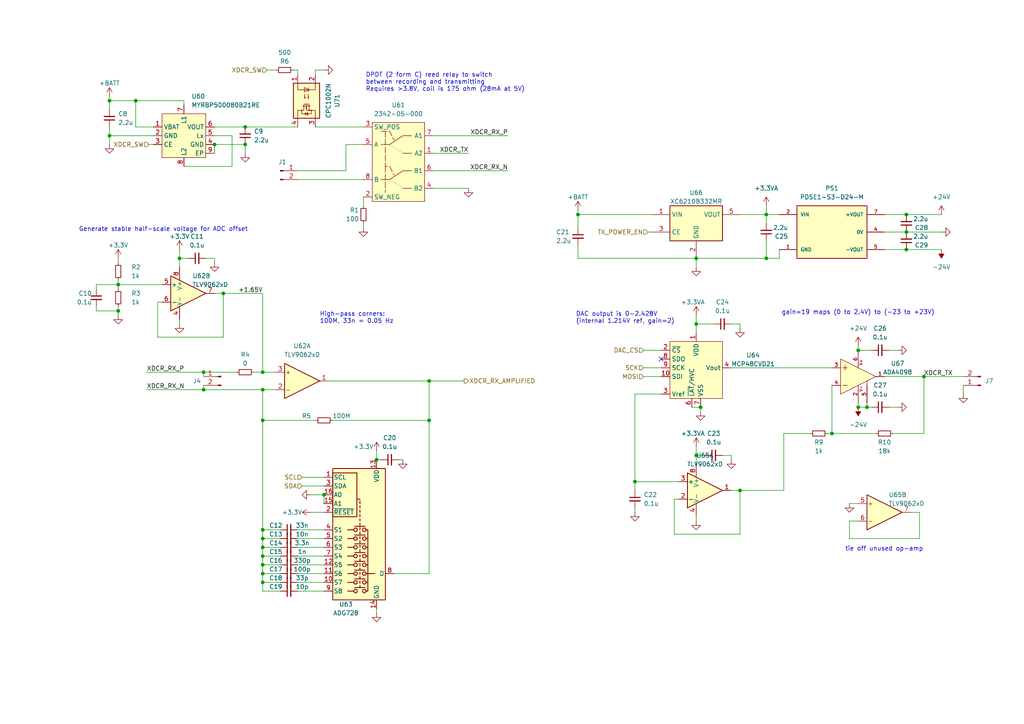
<source format=kicad_sch>
(kicad_sch (version 20230121) (generator eeschema)
  (paper "A4")
  (lib_symbols
    (symbol "Amplifier_Operational:TLV9062xD" (pin_names (offset 0.127))
      (property "Reference" "U" (at 2.54 6.35 0))
      (property "Value" "TLV9062xD" (at 2.54 3.81 0))
      (symbol "TLV9062xD_1_1"
        (pin output line (at 7.62 0 180) (length 2.54) (name "~") (number "1"))
        (pin input line (at -7.62 -2.54 0) (length 2.54) (name "-") (number "2"))
        (pin input line (at -7.62 2.54 0) (length 2.54) (name "+") (number "3"))
      )
      (symbol "TLV9062xD_2_1"
        (pin input line (at -7.62 2.54 0) (length 2.54) (name "+") (number "5"))
        (pin input line (at -7.62 -2.54 0) (length 2.54) (name "-") (number "6"))
        (pin output line (at 7.62 0 180) (length 2.54) (name "~") (number "7"))
      )
      (symbol "TLV9062xD_3_1"
        (pin power_in line (at 0 -7.62 90) (length 3.81) (name "V-") (number "4"))
        (pin power_in line (at 0 7.62 270) (length 3.81) (name "V+") (number "8"))
      )
    )
    (symbol "Analog_Switch:ADG728" (pin_names (offset 0.254))
      (property "Reference" "U" (at -7.62 23.495 0))
      (property "Value" "ADG728" (at -7.62 21.59 0))
      (symbol "ADG728_1_1"
        (pin input line (at -10.16 17.78 0) (length 2.54) (name "SCL") (number "1"))
        (pin bidirectional line (at -10.16 -12.7 0) (length 2.54) (name "S7") (number "10"))
        (pin bidirectional line (at -10.16 -10.16 0) (length 2.54) (name "S6") (number "11"))
        (pin bidirectional line (at -10.16 -7.62 0) (length 2.54) (name "S5") (number "12"))
        (pin power_in line (at 5.08 22.86 270) (length 2.54) (name "VDD") (number "13"))
        (pin power_in line (at 5.08 -20.32 90) (length 2.54) (name "GND") (number "14"))
        (pin input line (at -10.16 10.16 0) (length 2.54) (name "A1") (number "15"))
        (pin input line (at -10.16 12.7 0) (length 2.54) (name "A0") (number "16"))
        (pin input line (at -10.16 7.62 0) (length 2.54) (name "~{RESET}") (number "2"))
        (pin bidirectional line (at -10.16 15.24 0) (length 2.54) (name "SDA") (number "3"))
        (pin bidirectional line (at -10.16 2.54 0) (length 2.54) (name "S1") (number "4"))
        (pin bidirectional line (at -10.16 0 0) (length 2.54) (name "S2") (number "5"))
        (pin bidirectional line (at -10.16 -2.54 0) (length 2.54) (name "S3") (number "6"))
        (pin bidirectional line (at -10.16 -5.08 0) (length 2.54) (name "S4") (number "7"))
        (pin bidirectional line (at 10.16 -10.16 180) (length 2.54) (name "D") (number "8"))
        (pin bidirectional line (at -10.16 -15.24 0) (length 2.54) (name "S8") (number "9"))
      )
    )
    (symbol "C_Small_1" (pin_numbers hide) (pin_names (offset 0.254) hide)
      (property "Reference" "C" (at 0.254 1.778 0))
      (property "Value" "C_Small" (at 0.254 -2.032 0))
      (symbol "C_Small_1_1_1"
        (pin passive line (at 0 2.54 270) (length 2.032) (name "~") (number "1"))
        (pin passive line (at 0 -2.54 90) (length 2.032) (name "~") (number "2"))
      )
    )
    (symbol "Connector:Conn_01x02_Pin" (pin_names (offset 1.016) hide)
      (property "Reference" "J" (at 0 2.54 0))
      (property "Value" "Conn_01x02_Pin" (at 0 -5.08 0))
      (symbol "Conn_01x02_Pin_1_1"
        (pin passive line (at 5.08 0 180) (length 3.81) (name "Pin_1") (number "1"))
        (pin passive line (at 5.08 -2.54 180) (length 3.81) (name "Pin_2") (number "2"))
      )
    )
    (symbol "Device:C_Small" (pin_numbers hide) (pin_names (offset 0.254) hide)
      (property "Reference" "C" (at 0.254 1.778 0))
      (property "Value" "C_Small" (at 0.254 -2.032 0))
      (symbol "C_Small_1_1"
        (pin passive line (at 0 2.54 270) (length 2.032) (name "~") (number "1"))
        (pin passive line (at 0 -2.54 90) (length 2.032) (name "~") (number "2"))
      )
    )
    (symbol "Device:R_Small" (pin_numbers hide) (pin_names (offset 0.254) hide)
      (property "Reference" "R" (at 0.762 0.508 0))
      (property "Value" "R_Small" (at 0.762 -1.016 0))
      (symbol "R_Small_1_1"
        (pin passive line (at 0 2.54 270) (length 0.762) (name "~") (number "1"))
        (pin passive line (at 0 -2.54 90) (length 0.762) (name "~") (number "2"))
      )
    )
    (symbol "Regulator_Linear:XC6210B332MR"
      (property "Reference" "U" (at 0 8.89 0))
      (property "Value" "XC6210B332MR" (at 0 6.35 0))
      (symbol "XC6210B332MR_1_1"
        (pin power_in line (at -12.7 2.54 0) (length 5.08) (name "VIN") (number "1"))
        (pin power_in line (at 0 -10.16 90) (length 5.08) (name "GND") (number "2"))
        (pin input line (at -12.7 -2.54 0) (length 5.08) (name "CE") (number "3"))
        (pin no_connect line (at 7.62 -2.54 180) (length 5.08) hide (name "NC") (number "4"))
        (pin power_out line (at 12.7 2.54 180) (length 5.08) (name "VOUT") (number "5"))
      )
    )
    (symbol "Relay_SolidState:CPC1002N"
      (property "Reference" "U" (at -5.08 5.08 0))
      (property "Value" "CPC1002N" (at 0 5.08 0))
      (symbol "CPC1002N_1_1"
        (pin passive line (at -7.62 2.54 0) (length 2.54) (name "~") (number "1"))
        (pin passive line (at -7.62 -2.54 0) (length 2.54) (name "~") (number "2"))
        (pin passive line (at 7.62 -2.54 180) (length 2.54) (name "~") (number "3"))
        (pin passive line (at 7.62 2.54 180) (length 2.54) (name "~") (number "4"))
      )
    )
    (symbol "power:+24V" (power) (pin_names (offset 0))
      (property "Value" "+24V" (at 0 3.556 0))
      (symbol "+24V_1_1"
        (pin power_in line (at 0 0 90) (length 0) hide (name "+24V") (number "1"))
      )
    )
    (symbol "power:+3.3V" (power) (pin_names (offset 0))
      (property "Value" "+3.3V" (at 0 3.556 0))
      (symbol "+3.3V_1_1"
        (pin power_in line (at 0 0 90) (length 0) hide (name "+3.3V") (number "1"))
      )
    )
    (symbol "power:+3.3VA" (power) (pin_names (offset 0))
      (property "Value" "+3.3VA" (at 0 3.556 0))
      (symbol "+3.3VA_1_1"
        (pin power_in line (at 0 0 90) (length 0) hide (name "+3.3VA") (number "1"))
      )
    )
    (symbol "power:+BATT" (power) (pin_names (offset 0))
      (property "Value" "+BATT" (at 0 3.556 0))
      (symbol "+BATT_1_1"
        (pin power_in line (at 0 0 90) (length 0) hide (name "+BATT") (number "1"))
      )
    )
    (symbol "power:-24V" (power) (pin_names (offset 0))
      (property "Value" "-24V" (at 0 3.81 0))
      (symbol "-24V_0_0"
        (pin power_in line (at 0 0 90) (length 0) hide (name "-24V") (number "1"))
      )
    )
    (symbol "power:GND" (power) (pin_names (offset 0))
      (property "Value" "GND" (at 0 -3.81 0))
      (symbol "GND_1_1"
        (pin power_in line (at 0 0 270) (length 0) hide (name "GND") (number "1"))
      )
    )
    (symbol "unkey:2342-05-000"
      (property "Reference" "U" (at -6.35 12.7 0))
      (property "Value" "2342-05-000" (at 0 -12.7 0))
      (symbol "2342-05-000_1_1"
        (pin bidirectional line (at 10.16 2.54 180) (length 2.54) (name "A2") (number "1"))
        (pin input line (at -10.16 -10.16 0) (length 2.54) (name "SW_NEG") (number "2"))
        (pin input line (at -10.16 10.16 0) (length 2.54) (name "SW_POS") (number "3"))
        (pin bidirectional line (at 10.16 -7.62 180) (length 2.54) (name "B2") (number "4"))
        (pin bidirectional line (at -10.16 5.08 0) (length 2.54) (name "A") (number "5"))
        (pin bidirectional line (at 10.16 -2.54 180) (length 2.54) (name "B1") (number "6"))
        (pin bidirectional line (at 10.16 7.62 180) (length 2.54) (name "A1") (number "7"))
        (pin bidirectional line (at -10.16 -5.08 0) (length 2.54) (name "B") (number "8"))
      )
    )
    (symbol "unkey:ADA4098-1BUJZ-RL7" (pin_names (offset 1.016))
      (property "Reference" "U" (at -10.16 5.715 0))
      (property "Value" "ADA4098-1BUJZ-RL7" (at -10.16 -7.62 0))
      (symbol "ADA4098-1BUJZ-RL7_0_0"
        (text "V+" (at 1.27 3.175 900) (effects (font (size 0.8128 0.8128)) (justify left bottom)))
        (text "V-" (at 1.27 -4.445 900) (effects (font (size 0.8128 0.8128)) (justify left bottom)))
        (pin output line (at 7.62 0 180) (length 2.54) (name "~") (number "1"))
        (pin power_in line (at 0 -7.62 90) (length 5.08) (name "~") (number "2"))
        (pin input line (at -7.62 2.54 0) (length 2.54) (name "~") (number "3"))
        (pin input line (at -7.62 -2.54 0) (length 2.54) (name "~") (number "4"))
        (pin input line (at 2.54 -7.62 90) (length 5.08) (name "~") (number "5"))
        (pin power_in line (at 0 7.62 270) (length 5.08) (name "~") (number "6"))
      )
    )
    (symbol "unkey:MCP48CVD21"
      (property "Reference" "U" (at -6.35 10.16 0))
      (property "Value" "MCP48VCD21" (at 0 0 0))
      (symbol "MCP48CVD21_1_1"
        (pin power_in line (at 0 10.16 270) (length 2.54) (name "VDD") (number "1"))
        (pin input line (at -10.16 -2.54 0) (length 2.54) (name "SDI") (number "10"))
        (pin input line (at -10.16 5.08 0) (length 2.54) (name "~{CS}") (number "2"))
        (pin bidirectional line (at -10.16 -7.62 0) (length 2.54) (name "Vref") (number "3"))
        (pin output line (at 10.16 0 180) (length 2.54) (name "Vout") (number "4"))
        (pin no_connect line (at -10.16 -5.08 0) (length 2.54) hide (name "NC") (number "5"))
        (pin input line (at -1.27 -11.43 90) (length 2.54) (name "~{LAT}/HVC") (number "6"))
        (pin power_in line (at 1.27 -11.43 90) (length 2.54) (name "VSS") (number "7"))
        (pin output line (at -10.16 2.54 0) (length 2.54) (name "SDO") (number "8"))
        (pin input line (at -10.16 0 0) (length 2.54) (name "SCK") (number "9"))
      )
    )
    (symbol "unkey:MYRBP500080B21RE"
      (property "Reference" "U" (at -6.35 7.62 0))
      (property "Value" "MYRBP500080B21RE" (at 11.43 -7.62 0))
      (symbol "MYRBP500080B21RE_1_1"
        (pin power_in line (at -8.89 2.54 0) (length 2.54) (name "VBAT") (number "1"))
        (pin power_in line (at -8.89 0 0) (length 2.54) (name "GND") (number "2"))
        (pin input line (at -8.89 -2.54 0) (length 2.54) (name "CE") (number "3"))
        (pin power_in line (at 8.89 -2.54 180) (length 2.54) (name "GND") (number "4"))
        (pin passive line (at 8.89 0 180) (length 2.54) (name "Lx") (number "5"))
        (pin power_out line (at 8.89 2.54 180) (length 2.54) (name "VOUT") (number "6"))
        (pin passive line (at 0 8.89 270) (length 2.54) (name "L1") (number "7"))
        (pin passive line (at 0 -8.89 90) (length 2.54) (name "L2") (number "8"))
        (pin passive line (at 8.89 -5.08 180) (length 2.54) (name "EP") (number "9"))
      )
    )
    (symbol "unkey:PDSE1-S3-D24-M" (pin_names (offset 1.016))
      (property "Reference" "PS" (at -10.2169 8.128 0))
      (property "Value" "PDSE1-S3-D24-M" (at -10.232 -10.232 0))
      (symbol "PDSE1-S3-D24-M_0_0"
        (pin power_in line (at -15.24 -5.08 0) (length 5.08) (name "GND") (number "1"))
        (pin input line (at -15.24 5.08 0) (length 5.08) (name "VIN") (number "2"))
        (pin output line (at 15.24 0 180) (length 5.08) (name "0V") (number "4"))
      )
      (symbol "PDSE1-S3-D24-M_1_0"
        (pin power_out line (at 15.24 -5.08 180) (length 5.08) (name "-VOUT") (number "5"))
        (pin power_out line (at 15.24 5.08 180) (length 5.08) (name "+VOUT") (number "7"))
      )
    )
  )
  (junction (at 71.12 36.83))
  (junction (at 31.75 39.37))
  (junction (at 214.63 142.24))
  (junction (at 31.75 29.21))
  (junction (at 59.055 107.95))
  (junction (at 124.46 121.92))
  (junction (at 241.3 125.73))
  (junction (at 222.25 74.93))
  (junction (at 251.46 118.11))
  (junction (at 64.77 85.09))
  (junction (at 267.97 109.22))
  (junction (at 262.89 62.23))
  (junction (at 59.055 113.03))
  (junction (at 201.93 93.98))
  (junction (at 52.07 74.93))
  (junction (at 76.2 107.95))
  (junction (at 262.89 72.39))
  (junction (at 248.92 101.6))
  (junction (at 124.46 110.49))
  (junction (at 76.2 166.37))
  (junction (at 39.37 29.21))
  (junction (at 76.2 113.03))
  (junction (at 222.25 62.23))
  (junction (at 76.2 121.92))
  (junction (at 76.2 163.83))
  (junction (at 203.2 118.11))
  (junction (at 76.2 168.91))
  (junction (at 34.29 90.17))
  (junction (at 62.23 41.91))
  (junction (at 167.64 62.23))
  (junction (at 93.98 143.51))
  (junction (at 71.12 41.91))
  (junction (at 262.89 67.31))
  (junction (at 76.2 156.21))
  (junction (at 76.2 153.67))
  (junction (at 34.29 82.55))
  (junction (at 248.92 118.11))
  (junction (at 184.15 139.7))
  (junction (at 109.22 133.35))
  (junction (at 201.93 74.93))
  (junction (at 201.93 132.08))
  (junction (at 76.2 161.29))
  (junction (at 76.2 158.75))
  (no_connect (at 191.77 104.14))
  (wire (pts (xy 266.7 156.21) (xy 266.7 148.59)))
  (wire (pts (xy 251.46 118.11) (xy 252.73 118.11)))
  (wire (pts (xy 42.545 107.95) (xy 59.055 107.95)))
  (wire (pts (xy 214.63 154.94) (xy 214.63 142.24)))
  (wire (pts (xy 62.23 76.2) (xy 62.23 74.93)))
  (wire (pts (xy 256.54 109.22) (xy 267.97 109.22)))
  (wire (pts (xy 27.94 88.9) (xy 27.94 90.17)))
  (wire (pts (xy 76.2 113.03) (xy 76.2 121.92)))
  (wire (pts (xy 195.58 154.94) (xy 214.63 154.94)))
  (wire (pts (xy 167.64 62.23) (xy 167.64 66.04)))
  (wire (pts (xy 31.75 31.75) (xy 31.75 29.21)))
  (wire (pts (xy 93.98 20.32) (xy 91.44 20.32)))
  (wire (pts (xy 31.75 29.21) (xy 31.75 27.94)))
  (wire (pts (xy 201.93 129.54) (xy 201.93 132.08)))
  (wire (pts (xy 34.29 82.55) (xy 46.99 82.55)))
  (wire (pts (xy 31.75 29.21) (xy 39.37 29.21)))
  (wire (pts (xy 257.81 118.11) (xy 260.35 118.11)))
  (wire (pts (xy 200.66 118.11) (xy 203.2 118.11)))
  (wire (pts (xy 67.31 48.26) (xy 67.31 39.37)))
  (wire (pts (xy 195.58 144.78) (xy 195.58 154.94)))
  (wire (pts (xy 76.2 85.09) (xy 76.2 107.95)))
  (wire (pts (xy 201.93 149.86) (xy 201.93 151.13)))
  (wire (pts (xy 31.75 39.37) (xy 31.75 41.91)))
  (wire (pts (xy 267.97 109.22) (xy 279.4 109.22)))
  (wire (pts (xy 39.37 29.21) (xy 53.34 29.21)))
  (wire (pts (xy 195.58 144.78) (xy 196.85 144.78)))
  (wire (pts (xy 241.3 111.76) (xy 241.3 125.73)))
  (wire (pts (xy 90.17 148.59) (xy 93.98 148.59)))
  (wire (pts (xy 93.98 143.51) (xy 93.98 146.05)))
  (wire (pts (xy 42.545 113.03) (xy 59.055 113.03)))
  (wire (pts (xy 86.36 20.32) (xy 86.36 21.59)))
  (wire (pts (xy 186.69 109.22) (xy 191.77 109.22)))
  (wire (pts (xy 246.38 156.21) (xy 266.7 156.21)))
  (wire (pts (xy 262.89 72.39) (xy 273.05 72.39)))
  (wire (pts (xy 27.94 82.55) (xy 34.29 82.55)))
  (wire (pts (xy 54.61 74.93) (xy 52.07 74.93)))
  (wire (pts (xy 246.38 146.05) (xy 248.92 146.05)))
  (wire (pts (xy 64.77 97.79) (xy 64.77 85.09)))
  (wire (pts (xy 214.63 95.25) (xy 214.63 93.98)))
  (wire (pts (xy 45.72 87.63) (xy 45.72 97.79)))
  (wire (pts (xy 76.2 171.45) (xy 76.2 168.91)))
  (wire (pts (xy 109.22 130.81) (xy 109.22 133.35)))
  (wire (pts (xy 86.36 161.29) (xy 93.98 161.29)))
  (wire (pts (xy 124.46 110.49) (xy 134.62 110.49)))
  (wire (pts (xy 256.54 62.23) (xy 262.89 62.23)))
  (wire (pts (xy 62.23 36.83) (xy 71.12 36.83)))
  (wire (pts (xy 201.93 93.98) (xy 201.93 96.52)))
  (wire (pts (xy 256.54 72.39) (xy 262.89 72.39)))
  (wire (pts (xy 167.64 62.23) (xy 189.23 62.23)))
  (wire (pts (xy 34.29 82.55) (xy 34.29 83.82)))
  (wire (pts (xy 191.77 114.3) (xy 184.15 114.3)))
  (wire (pts (xy 184.15 114.3) (xy 184.15 139.7)))
  (wire (pts (xy 248.92 101.6) (xy 252.73 101.6)))
  (wire (pts (xy 184.15 139.7) (xy 184.15 142.24)))
  (wire (pts (xy 64.77 85.09) (xy 76.2 85.09)))
  (wire (pts (xy 207.01 93.98) (xy 201.93 93.98)))
  (wire (pts (xy 212.09 106.68) (xy 241.3 106.68)))
  (wire (pts (xy 62.23 41.91) (xy 62.23 44.45)))
  (wire (pts (xy 62.23 41.91) (xy 71.12 41.91)))
  (wire (pts (xy 257.81 101.6) (xy 260.35 101.6)))
  (wire (pts (xy 248.92 100.33) (xy 248.92 101.6)))
  (wire (pts (xy 45.72 87.63) (xy 46.99 87.63)))
  (wire (pts (xy 91.44 36.83) (xy 105.41 36.83)))
  (wire (pts (xy 76.2 158.75) (xy 76.2 156.21)))
  (wire (pts (xy 59.055 111.76) (xy 59.055 113.03)))
  (wire (pts (xy 52.07 92.71) (xy 52.07 93.98)))
  (wire (pts (xy 76.2 121.92) (xy 76.2 153.67)))
  (wire (pts (xy 267.97 125.73) (xy 267.97 109.22)))
  (wire (pts (xy 90.17 143.51) (xy 93.98 143.51)))
  (wire (pts (xy 76.2 166.37) (xy 81.28 166.37)))
  (wire (pts (xy 39.37 36.83) (xy 44.45 36.83)))
  (wire (pts (xy 262.89 67.31) (xy 273.05 67.31)))
  (wire (pts (xy 279.4 111.76) (xy 279.4 114.3)))
  (wire (pts (xy 73.66 107.95) (xy 76.2 107.95)))
  (wire (pts (xy 76.2 161.29) (xy 76.2 158.75)))
  (wire (pts (xy 240.03 125.73) (xy 241.3 125.73)))
  (wire (pts (xy 53.34 48.26) (xy 67.31 48.26)))
  (wire (pts (xy 76.2 168.91) (xy 76.2 166.37)))
  (wire (pts (xy 222.25 62.23) (xy 226.06 62.23)))
  (wire (pts (xy 86.36 158.75) (xy 93.98 158.75)))
  (wire (pts (xy 201.93 74.93) (xy 201.93 77.47)))
  (wire (pts (xy 86.36 166.37) (xy 93.98 166.37)))
  (wire (pts (xy 201.93 132.08) (xy 201.93 134.62)))
  (wire (pts (xy 222.25 74.93) (xy 201.93 74.93)))
  (wire (pts (xy 110.49 133.35) (xy 109.22 133.35)))
  (wire (pts (xy 124.46 110.49) (xy 124.46 121.92)))
  (wire (pts (xy 248.92 151.13) (xy 246.38 151.13)))
  (wire (pts (xy 86.36 49.53) (xy 100.33 49.53)))
  (wire (pts (xy 27.94 90.17) (xy 34.29 90.17)))
  (wire (pts (xy 256.54 67.31) (xy 262.89 67.31)))
  (wire (pts (xy 77.47 20.32) (xy 80.01 20.32)))
  (wire (pts (xy 214.63 62.23) (xy 222.25 62.23)))
  (wire (pts (xy 226.06 74.93) (xy 226.06 72.39)))
  (wire (pts (xy 266.7 148.59) (xy 264.16 148.59)))
  (wire (pts (xy 100.33 49.53) (xy 100.33 41.91)))
  (wire (pts (xy 76.2 171.45) (xy 81.28 171.45)))
  (wire (pts (xy 201.93 91.44) (xy 201.93 93.98)))
  (wire (pts (xy 109.22 176.53) (xy 109.22 177.8)))
  (wire (pts (xy 86.36 171.45) (xy 93.98 171.45)))
  (wire (pts (xy 125.73 54.61) (xy 135.89 54.61)))
  (wire (pts (xy 184.15 139.7) (xy 196.85 139.7)))
  (wire (pts (xy 248.92 116.84) (xy 248.92 118.11)))
  (wire (pts (xy 59.69 74.93) (xy 62.23 74.93)))
  (wire (pts (xy 71.12 41.91) (xy 71.12 44.45)))
  (wire (pts (xy 76.2 107.95) (xy 80.01 107.95)))
  (wire (pts (xy 214.63 142.24) (xy 212.09 142.24)))
  (wire (pts (xy 76.2 166.37) (xy 76.2 163.83)))
  (wire (pts (xy 167.64 74.93) (xy 201.93 74.93)))
  (wire (pts (xy 76.2 161.29) (xy 81.28 161.29)))
  (wire (pts (xy 76.2 168.91) (xy 81.28 168.91)))
  (wire (pts (xy 227.33 142.24) (xy 227.33 125.73)))
  (wire (pts (xy 76.2 156.21) (xy 76.2 153.67)))
  (wire (pts (xy 124.46 166.37) (xy 114.3 166.37)))
  (wire (pts (xy 222.25 62.23) (xy 222.25 64.77)))
  (wire (pts (xy 125.73 39.37) (xy 147.32 39.37)))
  (wire (pts (xy 87.63 140.97) (xy 93.98 140.97)))
  (wire (pts (xy 86.36 163.83) (xy 93.98 163.83)))
  (wire (pts (xy 184.15 147.32) (xy 184.15 148.59)))
  (wire (pts (xy 167.64 71.12) (xy 167.64 74.93)))
  (wire (pts (xy 203.2 119.38) (xy 203.2 118.11)))
  (wire (pts (xy 44.45 41.91) (xy 43.18 41.91)))
  (wire (pts (xy 76.2 163.83) (xy 81.28 163.83)))
  (wire (pts (xy 248.92 118.11) (xy 251.46 118.11)))
  (wire (pts (xy 222.25 69.85) (xy 222.25 74.93)))
  (wire (pts (xy 124.46 121.92) (xy 124.46 166.37)))
  (wire (pts (xy 96.52 121.92) (xy 124.46 121.92)))
  (wire (pts (xy 187.96 67.31) (xy 189.23 67.31)))
  (wire (pts (xy 100.33 41.91) (xy 105.41 41.91)))
  (wire (pts (xy 34.29 74.93) (xy 34.29 76.2)))
  (wire (pts (xy 212.09 133.35) (xy 212.09 132.08)))
  (wire (pts (xy 52.07 74.93) (xy 52.07 77.47)))
  (wire (pts (xy 125.73 44.45) (xy 135.89 44.45)))
  (wire (pts (xy 86.36 52.07) (xy 105.41 52.07)))
  (wire (pts (xy 45.72 97.79) (xy 64.77 97.79)))
  (wire (pts (xy 85.09 20.32) (xy 86.36 20.32)))
  (wire (pts (xy 105.41 57.15) (xy 105.41 59.69)))
  (wire (pts (xy 87.63 138.43) (xy 93.98 138.43)))
  (wire (pts (xy 259.08 125.73) (xy 267.97 125.73)))
  (wire (pts (xy 251.46 116.84) (xy 251.46 118.11)))
  (wire (pts (xy 64.77 85.09) (xy 62.23 85.09)))
  (wire (pts (xy 76.2 158.75) (xy 81.28 158.75)))
  (wire (pts (xy 59.055 113.03) (xy 76.2 113.03)))
  (wire (pts (xy 209.55 132.08) (xy 212.09 132.08)))
  (wire (pts (xy 241.3 125.73) (xy 254 125.73)))
  (wire (pts (xy 204.47 132.08) (xy 201.93 132.08)))
  (wire (pts (xy 76.2 113.03) (xy 80.01 113.03)))
  (wire (pts (xy 71.12 36.83) (xy 86.36 36.83)))
  (wire (pts (xy 76.2 121.92) (xy 91.44 121.92)))
  (wire (pts (xy 76.2 156.21) (xy 81.28 156.21)))
  (wire (pts (xy 227.33 125.73) (xy 234.95 125.73)))
  (wire (pts (xy 67.31 39.37) (xy 62.23 39.37)))
  (wire (pts (xy 125.73 49.53) (xy 147.32 49.53)))
  (wire (pts (xy 59.055 107.95) (xy 68.58 107.95)))
  (wire (pts (xy 115.57 133.35) (xy 116.84 133.35)))
  (wire (pts (xy 91.44 20.32) (xy 91.44 21.59)))
  (wire (pts (xy 76.2 163.83) (xy 76.2 161.29)))
  (wire (pts (xy 167.64 60.96) (xy 167.64 62.23)))
  (wire (pts (xy 214.63 142.24) (xy 227.33 142.24)))
  (wire (pts (xy 52.07 72.39) (xy 52.07 74.93)))
  (wire (pts (xy 59.055 107.95) (xy 59.055 109.22)))
  (wire (pts (xy 95.25 110.49) (xy 124.46 110.49)))
  (wire (pts (xy 39.37 29.21) (xy 39.37 36.83)))
  (wire (pts (xy 34.29 82.55) (xy 34.29 81.28)))
  (wire (pts (xy 222.25 59.69) (xy 222.25 62.23)))
  (wire (pts (xy 186.69 101.6) (xy 191.77 101.6)))
  (wire (pts (xy 76.2 153.67) (xy 81.28 153.67)))
  (wire (pts (xy 34.29 90.17) (xy 34.29 91.44)))
  (wire (pts (xy 226.06 74.93) (xy 222.25 74.93)))
  (wire (pts (xy 186.69 106.68) (xy 191.77 106.68)))
  (wire (pts (xy 31.75 36.83) (xy 31.75 39.37)))
  (wire (pts (xy 262.89 62.23) (xy 273.05 62.23)))
  (wire (pts (xy 34.29 88.9) (xy 34.29 90.17)))
  (wire (pts (xy 27.94 83.82) (xy 27.94 82.55)))
  (wire (pts (xy 53.34 29.21) (xy 53.34 30.48)))
  (wire (pts (xy 86.36 153.67) (xy 93.98 153.67)))
  (wire (pts (xy 212.09 93.98) (xy 214.63 93.98)))
  (wire (pts (xy 31.75 39.37) (xy 44.45 39.37)))
  (wire (pts (xy 86.36 156.21) (xy 93.98 156.21)))
  (wire (pts (xy 86.36 168.91) (xy 93.98 168.91)))
  (wire (pts (xy 105.41 64.77) (xy 105.41 66.04)))
  (wire (pts (xy 246.38 151.13) (xy 246.38 156.21)))
  (text "gain=19 maps (0 to 2.4V) to (-23 to +23V)" (at 226.695 91.44 0) (effects (font (size 1.27 1.27)) (justify left bottom)))
  (text "Generate stable half-scale voltage for ADC offset" (at 22.86 67.31 0) (effects (font (size 1.27 1.27)) (justify left bottom)))
  (text "High-pass corners: \n100M, 33n = 0.05 Hz" (at 92.71 93.98 0) (effects (font (size 1.27 1.27)) (justify left bottom)))
  (text "tie off unused op-amp" (at 245.11 160.02 0) (effects (font (size 1.27 1.27)) (justify left bottom)))
  (text "DPDT (2 form C) reed relay to switch\nbetween recording and transmitting\nRequires >3.8V, coil is 175 ohm (28mA at 5V)" (at 106.045 26.67 0) (effects (font (size 1.27 1.27)) (justify left bottom)))
  (text "DAC output is 0-2.428V\n(internal 1.214V ref, gain=2)" (at 167.005 93.98 0) (effects (font (size 1.27 1.27)) (justify left bottom)))
  (label "XDCR_TX" (at 135.89 44.45 180))
  (label "+1.65V" (at 76.2 85.09 180))
  (label "XDCR_RX_N" (at 42.545 113.03 0))
  (label "XDCR_RX_N" (at 147.32 49.53 180))
  (label "XDCR_RX_P" (at 147.32 39.37 180))
  (label "XDCR_RX_P" (at 42.545 107.95 0))
  (label "XDCR_TX" (at 267.97 109.22 0))
  (hierarchical_label "XDCR_RX_AMPLIFIED" (shape output) (at 134.62 110.49 0))
  (hierarchical_label "MOSI" (shape input) (at 186.69 109.22 180))
  (hierarchical_label "DAC_CS" (shape input) (at 186.69 101.6 180))
  (hierarchical_label "XDCR_SW" (shape input) (at 77.47 20.32 180))
  (hierarchical_label "SCL" (shape input) (at 87.63 138.43 180))
  (hierarchical_label "SDA" (shape input) (at 87.63 140.97 180))
  (hierarchical_label "XDCR_SW" (shape input) (at 43.18 41.91 180))
  (hierarchical_label "TX_POWER_EN" (shape input) (at 187.96 67.31 180))
  (hierarchical_label "SCK" (shape input) (at 186.69 106.68 180))
  (symbol (lib_id "Device:C_Small") (at 83.82 171.45 90) (unit 1)
    (property "Reference" "C19" (at 80.01 170.18 90))
    (property "Value" "10p" (at 87.63 170.18 90))
    (property "Footprint" "Capacitor_SMD:C_0402_1005Metric" (effects hide))
  )
  (symbol (lib_id "power:-24V") (at 273.05 72.39 180) (unit 1)
    (property "Reference" "#PWR0165" (effects hide))
    (property "Value" "-24V" (at 273.05 77.47 0))
  )
  (symbol (lib_id "Connector:Conn_01x02_Pin") (at 64.135 109.22 0) (mirror y) (unit 1)
    (property "Reference" "J4" (at 57.15 110.49 0))
    (property "Value" "Conn_01x02_Pin" (effects hide))
    (property "Footprint" "Connector_PinHeader_2.54mm:PinHeader_1x02_P2.54mm_Vertical" (effects hide))
  )
  (symbol (lib_id "power:+24V") (at 273.05 62.23 0) (unit 1)
    (property "Reference" "#PWR0162" (effects hide))
    (property "Value" "+24V" (at 273.05 57.15 0))
  )
  (symbol (lib_id "power:GND") (at 214.63 95.25 0) (unit 1)
    (property "Reference" "#PWR0154" (effects hide))
    (property "Value" "GND" (effects hide))
  )
  (symbol (lib_id "Connector:Conn_01x02_Pin") (at 284.48 111.76 180) (unit 1)
    (property "Reference" "J7" (at 285.75 110.49 0) (effects (justify right)))
    (property "Value" "Conn_01x02_Pin" (effects hide))
    (property "Footprint" "Connector_PinHeader_2.54mm:PinHeader_1x02_P2.54mm_Vertical" (effects hide))
  )
  (symbol (lib_id "power:+3.3V") (at 90.17 148.59 90) (mirror x) (unit 1)
    (property "Reference" "#PWR0140" (effects hide))
    (property "Value" "+3.3V" (at 87.63 148.59 90) (effects (justify left)))
  )
  (symbol (lib_id "Device:C_Small") (at 255.27 118.11 90) (unit 1)
    (property "Reference" "C27" (at 255.2763 111.76 90))
    (property "Value" "0.1u" (at 255.2763 114.3 90))
    (property "Footprint" "Capacitor_SMD:C_0402_1005Metric" (effects hide))
    (property "URL" "https://www.digikey.com/en/products/detail/samsung-electro-mechanics/CL05A104KA5NNNC/3886701" (effects hide))
    (property "Digikey PN" "1276-1043-1-ND" (effects hide))
    (property "MPN" "CL05A104KA5NNNC" (effects hide))
    (property "Vendor" "Samsung Electro-Mechanics" (effects hide))
  )
  (symbol (lib_id "Device:R_Small") (at 105.41 62.23 0) (mirror x) (unit 1)
    (property "Reference" "R1" (at 104.14 60.96 0) (effects (justify right)))
    (property "Value" "100" (at 104.14 63.5 0) (effects (justify right)))
    (property "Footprint" "Resistor_SMD:R_0402_1005Metric" (effects hide))
  )
  (symbol (lib_id "power:GND") (at 93.98 20.32 90) (mirror x) (unit 1)
    (property "Reference" "#PWR0145" (effects hide))
    (property "Value" "GND" (effects hide))
  )
  (symbol (lib_id "power:+3.3VA") (at 201.93 91.44 0) (unit 1)
    (property "Reference" "#PWR0147" (effects hide))
    (property "Value" "+3.3VA" (at 204.47 87.63 0) (effects (justify right)))
  )
  (symbol (lib_name "C_Small_1") (lib_id "Device:C_Small") (at 262.89 64.77 180) (unit 1)
    (property "Reference" "C28" (at 269.24 66.04 0) (effects (justify left)))
    (property "Value" "2.2u" (at 269.24 63.5 0) (effects (justify left)))
    (property "Footprint" "Capacitor_SMD:C_0402_1005Metric" (effects hide))
    (property "URL" "https://www.digikey.com/en/products/detail/tdk-corporation/C1005X5R1V225K050BC/3648550" (effects hide))
    (property "Digikey PN" "445-9028-1-ND" (effects hide))
    (property "MPN" "C1005X5R1V225K050BC" (effects hide))
    (property "Vendor" "TDK" (effects hide))
  )
  (symbol (lib_id "power:GND") (at 203.2 119.38 0) (unit 1)
    (property "Reference" "#PWR0151" (effects hide))
    (property "Value" "GND" (effects hide))
  )
  (symbol (lib_id "Device:R_Small") (at 34.29 86.36 0) (unit 1)
    (property "Reference" "R3" (at 38.1 85.09 0) (effects (justify left)))
    (property "Value" "1k" (at 38.1 87.63 0) (effects (justify left)))
    (property "Footprint" "Resistor_SMD:R_0402_1005Metric" (effects hide))
  )
  (symbol (lib_id "Amplifier_Operational:TLV9062xD") (at 201.93 142.24 0) (unit 3)
    (property "Reference" "U65" (effects hide))
    (property "Value" "TLV9062xD" (effects hide))
    (property "Footprint" "Package_SO:SOIC-8_3.9x4.9mm_P1.27mm" (effects hide))
    (property "Datasheet" "https://www.ti.com/lit/ds/symlink/tlv9062.pdf" (effects hide))
  )
  (symbol (lib_id "power:GND") (at 246.38 146.05 0) (unit 1)
    (property "Reference" "#PWR0156" (effects hide))
    (property "Value" "GND" (effects hide))
  )
  (symbol (lib_id "Device:C_Small") (at 83.82 166.37 90) (unit 1)
    (property "Reference" "C17" (at 80.01 165.1 90))
    (property "Value" "100p" (at 87.63 165.1 90))
    (property "Footprint" "Capacitor_SMD:C_0402_1005Metric" (effects hide))
  )
  (symbol (lib_id "power:GND") (at 260.35 118.11 90) (unit 1)
    (property "Reference" "#PWR0161" (effects hide))
    (property "Value" "GND" (effects hide))
  )
  (symbol (lib_id "Relay_SolidState:CPC1002N") (at 88.9 29.21 90) (mirror x) (unit 1)
    (property "Reference" "U71" (at 97.79 29.21 0))
    (property "Value" "CPC1002N" (at 95.25 29.21 0))
    (property "Footprint" "Package_SO:SOP-4_3.8x4.1mm_P2.54mm" (effects hide))
    (property "Datasheet" "http://www.ixysic.com/home/pdfs.nsf/www/CPC1002N.pdf/$file/CPC1002N.pdf" (effects hide))
    (property "URL" "https://www.digikey.com/en/products/detail/ixys-integrated-circuits-division/CPC1002N/1025047" (effects hide))
    (property "Digikey PN" "CLA221-ND" (effects hide))
    (property "MPN" "CPC1002N" (effects hide))
  )
  (symbol (lib_id "power:GND") (at 201.93 77.47 0) (unit 1)
    (property "Reference" "#PWR0150" (effects hide))
    (property "Value" "GND" (effects hide))
  )
  (symbol (lib_id "Analog_Switch:ADG728") (at 104.14 156.21 0) (unit 1)
    (property "Reference" "U63" (at 100.33 175.26 0))
    (property "Value" "ADG728" (at 100.33 177.8 0))
    (property "Footprint" "Package_SO:TSSOP-16_4.4x5mm_P0.65mm" (effects hide))
    (property "Datasheet" "https://www.analog.com/media/en/technical-documentation/data-sheets/ADG728_729.pdf" (effects hide))
    (property "MPN" "ADG728BRUZ-REEL7" (effects hide))
    (property "Digikey PN" "505-ADG728BRUZ-REEL7CT-ND" (effects hide))
    (property "URL" "https://www.digikey.com/en/products/detail/analog-devices-inc/ADG728BRUZ-REEL7/995093" (effects hide))
  )
  (symbol (lib_name "C_Small_1") (lib_id "Device:C_Small") (at 222.25 67.31 180) (unit 1)
    (property "Reference" "C25" (at 228.6 68.58 0) (effects (justify left)))
    (property "Value" "2.2u" (at 228.6 66.04 0) (effects (justify left)))
    (property "Footprint" "Capacitor_SMD:C_0402_1005Metric" (effects hide))
    (property "URL" "https://www.digikey.com/en/products/detail/tdk-corporation/C1005X5R1V225K050BC/3648550" (effects hide))
    (property "Digikey PN" "445-9028-1-ND" (effects hide))
    (property "MPN" "C1005X5R1V225K050BC" (effects hide))
    (property "Vendor" "TDK" (effects hide))
  )
  (symbol (lib_id "power:GND") (at 279.4 114.3 0) (unit 1)
    (property "Reference" "#PWR0166" (effects hide))
    (property "Value" "GND" (effects hide))
  )
  (symbol (lib_id "Amplifier_Operational:TLV9062xD") (at 54.61 85.09 0) (unit 2)
    (property "Reference" "U62" (at 58.42 80.01 0))
    (property "Value" "TLV9062xD" (at 60.96 82.55 0))
    (property "Footprint" "Package_SO:SOIC-8_3.9x4.9mm_P1.27mm" (effects hide))
    (property "Datasheet" "https://www.ti.com/lit/ds/symlink/tlv9062.pdf" (effects hide))
    (property "URL" "https://www.digikey.com/en/products/detail/texas-instruments/TLV9062IDR/7364940" (effects hide))
    (property "Digikey PN" "296-47857-1-ND" (effects hide))
    (property "MPN" "TLV9062IDR" (effects hide))
  )
  (symbol (lib_id "power:GND") (at 52.07 93.98 0) (unit 1)
    (property "Reference" "#PWR0137" (effects hide))
    (property "Value" "GND" (effects hide))
  )
  (symbol (lib_id "power:GND") (at 31.75 41.91 0) (mirror y) (unit 1)
    (property "Reference" "#PWR0130" (effects hide))
    (property "Value" "GND" (effects hide))
  )
  (symbol (lib_id "Device:C_Small") (at 255.27 101.6 90) (unit 1)
    (property "Reference" "C26" (at 255.2763 95.25 90))
    (property "Value" "0.1u" (at 255.2763 97.79 90))
    (property "Footprint" "Capacitor_SMD:C_0402_1005Metric" (effects hide))
    (property "URL" "https://www.digikey.com/en/products/detail/samsung-electro-mechanics/CL05A104KA5NNNC/3886701" (effects hide))
    (property "Digikey PN" "1276-1043-1-ND" (effects hide))
    (property "MPN" "CL05A104KA5NNNC" (effects hide))
    (property "Vendor" "Samsung Electro-Mechanics" (effects hide))
  )
  (symbol (lib_id "power:GND") (at 109.22 177.8 0) (mirror y) (unit 1)
    (property "Reference" "#PWR0142" (effects hide))
    (property "Value" "GND" (effects hide))
  )
  (symbol (lib_id "power:GND") (at 273.05 67.31 90) (unit 1)
    (property "Reference" "#PWR0164" (effects hide))
    (property "Value" "GND" (effects hide))
  )
  (symbol (lib_id "Device:R_Small") (at 93.98 121.92 90) (unit 1)
    (property "Reference" "R5" (at 88.9 120.65 90))
    (property "Value" "100M" (at 99.06 120.65 90))
    (property "Footprint" "Resistor_SMD:R_0402_1005Metric" (effects hide))
    (property "MPN" "HMC0402JT100M" (effects hide))
    (property "Digikey PN" "HMC0402JT100MCT-ND" (effects hide))
    (property "URL" "https://www.digikey.com/en/products/detail/stackpole-electronics-inc/HMC0402JT100M/2683706" (effects hide))
  )
  (symbol (lib_id "power:GND") (at 71.12 44.45 0) (mirror y) (unit 1)
    (property "Reference" "#PWR0131" (effects hide))
    (property "Value" "GND" (effects hide))
  )
  (symbol (lib_id "power:GND") (at 62.23 76.2 0) (unit 1)
    (property "Reference" "#PWR0138" (effects hide))
    (property "Value" "GND" (effects hide))
  )
  (symbol (lib_id "unkey:2342-05-000") (at 115.57 46.99 0) (unit 1)
    (property "Reference" "U61" (at 115.57 30.48 0))
    (property "Value" "2342-05-000" (at 115.57 33.02 0))
    (property "Footprint" "unkey-footprints:2342-05-000" (effects hide))
    (property "Datasheet" "https://www.cotorelay.com/wp-content/uploads/2014/09/2300_series_reed_relay_datasheet.pdf" (effects hide))
    (property "Digikey PN" "306-1111-ND" (effects hide))
    (property "URL" "https://www.digikey.com/en/products/detail/coto-technology/2342-05-000/388948" (effects hide))
    (property "MPN" "2342-05-000" (effects hide))
  )
  (symbol (lib_id "Regulator_Linear:XC6210B332MR") (at 201.93 64.77 0) (unit 1)
    (property "Reference" "U66" (at 201.93 55.88 0))
    (property "Value" "XC6210B332MR" (at 201.93 58.42 0))
    (property "Footprint" "Package_TO_SOT_SMD:SOT-23-5" (effects hide))
    (property "Datasheet" "https://www.torexsemi.com/file/xc6210/XC6210.pdf" (effects hide))
    (property "MPN" "XC6210B332MR-G" (effects hide))
    (property "Digikey PN" "893-1075-1-ND" (effects hide))
    (property "URL" "https://www.digikey.com/en/products/detail/torex-semiconductor-ltd/XC6210B332MR-G/2138119" (effects hide))
  )
  (symbol (lib_id "Device:C_Small") (at 207.01 132.08 90) (unit 1)
    (property "Reference" "C23" (at 207.0163 125.73 90))
    (property "Value" "0.1u" (at 207.0163 128.27 90))
    (property "Footprint" "Capacitor_SMD:C_0402_1005Metric" (effects hide))
    (property "URL" "https://www.digikey.com/en/products/detail/samsung-electro-mechanics/CL05A104KA5NNNC/3886701" (effects hide))
    (property "Digikey PN" "1276-1043-1-ND" (effects hide))
    (property "MPN" "CL05A104KA5NNNC" (effects hide))
    (property "Vendor" "Samsung Electro-Mechanics" (effects hide))
  )
  (symbol (lib_id "Device:C_Small") (at 83.82 161.29 90) (unit 1)
    (property "Reference" "C15" (at 80.01 160.02 90))
    (property "Value" "1n" (at 87.63 160.02 90))
    (property "Footprint" "Capacitor_SMD:C_0402_1005Metric" (effects hide))
  )
  (symbol (lib_id "power:GND") (at 135.89 54.61 0) (unit 1)
    (property "Reference" "#PWR0133" (effects hide))
    (property "Value" "GND" (effects hide))
  )
  (symbol (lib_id "Device:C_Small") (at 209.55 93.98 90) (unit 1)
    (property "Reference" "C24" (at 209.5563 87.63 90))
    (property "Value" "0.1u" (at 209.5563 90.17 90))
    (property "Footprint" "Capacitor_SMD:C_0402_1005Metric" (effects hide))
    (property "URL" "https://www.digikey.com/en/products/detail/samsung-electro-mechanics/CL05A104KA5NNNC/3886701" (effects hide))
    (property "Digikey PN" "1276-1043-1-ND" (effects hide))
    (property "MPN" "CL05A104KA5NNNC" (effects hide))
    (property "Vendor" "Samsung Electro-Mechanics" (effects hide))
  )
  (symbol (lib_id "Device:C_Small") (at 83.82 168.91 90) (unit 1)
    (property "Reference" "C18" (at 80.01 167.64 90))
    (property "Value" "33p" (at 87.63 167.64 90))
    (property "Footprint" "Capacitor_SMD:C_0402_1005Metric" (effects hide))
  )
  (symbol (lib_id "power:-24V") (at 248.92 118.11 180) (unit 1)
    (property "Reference" "#PWR0158" (effects hide))
    (property "Value" "-24V" (at 248.92 123.19 0))
  )
  (symbol (lib_name "C_Small_1") (lib_id "Device:C_Small") (at 31.75 34.29 180) (unit 1)
    (property "Reference" "C8" (at 34.29 33.0136 0) (effects (justify right)))
    (property "Value" "2.2u" (at 34.29 35.5536 0) (effects (justify right)))
    (property "Footprint" "Capacitor_SMD:C_0402_1005Metric" (effects hide))
    (property "URL" "https://www.digikey.com/en/products/detail/tdk-corporation/C1005X5R1V225K050BC/3648550" (effects hide))
    (property "Digikey PN" "445-9028-1-ND" (effects hide))
    (property "MPN" "C1005X5R1V225K050BC" (effects hide))
    (property "Vendor" "TDK" (effects hide))
  )
  (symbol (lib_id "unkey:MYRBP500080B21RE") (at 53.34 39.37 0) (unit 1)
    (property "Reference" "U60" (at 55.5341 27.94 0) (effects (justify left)))
    (property "Value" "MYRBP500080B21RE" (at 55.5341 30.48 0) (effects (justify left)))
    (property "Footprint" "unkey-footprints:MYRBP500080B21RE" (effects hide))
    (property "Datasheet" "https://www.murata.com/products/productdata/8809985572894/MYRBP-B-W.pdf?1604930424000" (effects hide))
    (property "Digikey PN" "811-MYRBP500080B21RECT-ND" (effects hide))
    (property "URL" "https://www.digikey.com/en/products/detail/murata-power-solutions-inc/myrbp500080b21re/18679061" (effects hide))
    (property "MPN" "MYRBP500080B21RE" (effects hide))
  )
  (symbol (lib_id "power:GND") (at 260.35 101.6 90) (unit 1)
    (property "Reference" "#PWR0160" (effects hide))
    (property "Value" "GND" (effects hide))
  )
  (symbol (lib_id "power:GND") (at 34.29 91.44 0) (unit 1)
    (property "Reference" "#PWR0135" (effects hide))
    (property "Value" "GND" (effects hide))
  )
  (symbol (lib_id "power:+3.3V") (at 109.22 130.81 0) (mirror y) (unit 1)
    (property "Reference" "#PWR0141" (effects hide))
    (property "Value" "+3.3V" (at 105.41 129.54 0))
  )
  (symbol (lib_id "power:GND") (at 116.84 133.35 0) (mirror y) (unit 1)
    (property "Reference" "#PWR0143" (effects hide))
    (property "Value" "GND" (effects hide))
  )
  (symbol (lib_id "power:+24V") (at 248.92 100.33 0) (unit 1)
    (property "Reference" "#PWR0157" (effects hide))
    (property "Value" "+24V" (at 248.92 95.25 0))
  )
  (symbol (lib_id "Amplifier_Operational:TLV9062xD") (at 204.47 142.24 0) (unit 1)
    (property "Reference" "U65" (at 204.47 132.08 0))
    (property "Value" "TLV9062xD" (at 204.47 134.62 0))
    (property "Footprint" "Package_SO:SOIC-8_3.9x4.9mm_P1.27mm" (effects hide))
    (property "Datasheet" "https://www.ti.com/lit/ds/symlink/tlv9062.pdf" (effects hide))
    (property "URL" "https://www.digikey.com/en/products/detail/texas-instruments/TLV9062IDR/7364940" (effects hide))
    (property "Digikey PN" "296-47857-1-ND" (effects hide))
    (property "MPN" "TLV9062IDR" (effects hide))
  )
  (symbol (lib_name "C_Small_1") (lib_id "Device:C_Small") (at 167.64 68.58 0) (unit 1)
    (property "Reference" "C21" (at 161.29 67.31 0) (effects (justify left)))
    (property "Value" "2.2u" (at 161.29 69.85 0) (effects (justify left)))
    (property "Footprint" "Capacitor_SMD:C_0402_1005Metric" (effects hide))
    (property "URL" "https://www.digikey.com/en/products/detail/tdk-corporation/C1005X5R1V225K050BC/3648550" (effects hide))
    (property "Digikey PN" "445-9028-1-ND" (effects hide))
    (property "MPN" "C1005X5R1V225K050BC" (effects hide))
    (property "Vendor" "TDK" (effects hide))
  )
  (symbol (lib_id "Amplifier_Operational:TLV9062xD") (at 87.63 110.49 0) (unit 1)
    (property "Reference" "U62" (at 87.63 100.33 0))
    (property "Value" "TLV9062xD" (at 87.63 102.87 0))
    (property "Footprint" "Package_SO:SOIC-8_3.9x4.9mm_P1.27mm" (effects hide))
    (property "Datasheet" "https://www.ti.com/lit/ds/symlink/tlv9062.pdf" (effects hide))
    (property "URL" "https://www.digikey.com/en/products/detail/texas-instruments/TLV9062IDR/7364940" (effects hide))
    (property "Digikey PN" "296-47857-1-ND" (effects hide))
    (property "MPN" "TLV9062IDR" (effects hide))
  )
  (symbol (lib_id "unkey:ADA4098-1BUJZ-RL7") (at 248.92 109.22 0) (unit 1)
    (property "Reference" "U67" (at 260.35 105.41 0))
    (property "Value" "ADA4098" (at 260.35 107.95 0))
    (property "Footprint" "Package_TO_SOT_SMD:SOT-23-6" (effects hide))
    (property "PARTREV" "A" (effects hide))
    (property "STANDARD" "IPC-7351B" (effects hide))
    (property "MAXIMUM_PACKAGE_HEIGHT" "1mm" (effects hide))
    (property "MANUFACTURER" "Analog Devices Inc." (effects hide))
    (property "Digikey PN" "505-ADA4098-1BUJZ-RL7CT-ND" (effects hide))
    (property "MPN" "ADA4098-1BUJZ-RL7" (effects hide))
    (property "URL" "https://www.digikey.com/en/products/detail/analog-devices-inc/ADA4098-1BUJZ-RL7/15194948" (effects hide))
  )
  (symbol (lib_id "power:+3.3VA") (at 201.93 129.54 0) (unit 1)
    (property "Reference" "#PWR0148" (effects hide))
    (property "Value" "+3.3VA" (at 204.47 125.73 0) (effects (justify right)))
  )
  (symbol (lib_id "power:GND") (at 90.17 143.51 270) (mirror x) (unit 1)
    (property "Reference" "#PWR0139" (effects hide))
    (property "Value" "GND" (effects hide))
  )
  (symbol (lib_id "power:+3.3VA") (at 222.25 59.69 0) (unit 1)
    (property "Reference" "#PWR0155" (effects hide))
    (property "Value" "+3.3VA" (at 222.25 54.61 0))
  )
  (symbol (lib_id "Device:R_Small") (at 256.54 125.73 90) (unit 1)
    (property "Reference" "R10" (at 256.54 128.27 90))
    (property "Value" "18k" (at 256.54 130.81 90))
    (property "Footprint" "Resistor_SMD:R_0402_1005Metric" (effects hide))
  )
  (symbol (lib_id "Connector:Conn_01x02_Pin") (at 81.28 49.53 0) (unit 1)
    (property "Reference" "J1" (at 81.915 46.99 0))
    (property "Value" "Conn_01x02_Pin" (effects hide))
    (property "Footprint" "Connector_PinHeader_2.54mm:PinHeader_1x02_P2.54mm_Vertical" (effects hide))
  )
  (symbol (lib_id "Device:R_Small") (at 71.12 107.95 90) (unit 1)
    (property "Reference" "R4" (at 71.12 102.87 90))
    (property "Value" "0" (at 71.12 105.41 90))
    (property "Footprint" "Resistor_SMD:R_0402_1005Metric" (effects hide))
  )
  (symbol (lib_id "Amplifier_Operational:TLV9062xD") (at 52.07 85.09 0) (unit 3)
    (property "Reference" "U62" (effects hide))
    (property "Value" "TLV9062xD" (effects hide))
    (property "Footprint" "Package_SO:SOIC-8_3.9x4.9mm_P1.27mm" (effects hide))
    (property "Datasheet" "https://www.ti.com/lit/ds/symlink/tlv9062.pdf" (effects hide))
    (property "URL" "https://www.digikey.com/en/products/detail/texas-instruments/TLV9062IDR/7364940" (effects hide))
    (property "Digikey PN" "296-47857-1-ND" (effects hide))
    (property "MPN" "TLV9062IDR" (effects hide))
  )
  (symbol (lib_id "power:+3.3V") (at 34.29 74.93 0) (unit 1)
    (property "Reference" "#PWR0134" (effects hide))
    (property "Value" "+3.3V" (at 34.29 71.12 0))
  )
  (symbol (lib_id "Device:C_Small") (at 113.03 133.35 90) (mirror x) (unit 1)
    (property "Reference" "C20" (at 113.0363 127 90))
    (property "Value" "0.1u" (at 113.0363 129.54 90))
    (property "Footprint" "Capacitor_SMD:C_0402_1005Metric" (effects hide))
    (property "URL" "https://www.digikey.com/en/products/detail/samsung-electro-mechanics/CL05A104KA5NNNC/3886701" (effects hide))
    (property "Digikey PN" "1276-1043-1-ND" (effects hide))
    (property "MPN" "CL05A104KA5NNNC" (effects hide))
    (property "Vendor" "Samsung Electro-Mechanics" (effects hide))
  )
  (symbol (lib_id "Device:C_Small") (at 57.15 74.93 90) (unit 1)
    (property "Reference" "C11" (at 57.1563 68.58 90))
    (property "Value" "0.1u" (at 57.1563 71.12 90))
    (property "Footprint" "Capacitor_SMD:C_0402_1005Metric" (effects hide))
    (property "URL" "https://www.digikey.com/en/products/detail/samsung-electro-mechanics/CL05A104KA5NNNC/3886701" (effects hide))
    (property "Digikey PN" "1276-1043-1-ND" (effects hide))
    (property "MPN" "CL05A104KA5NNNC" (effects hide))
    (property "Vendor" "Samsung Electro-Mechanics" (effects hide))
  )
  (symbol (lib_id "power:GND") (at 105.41 66.04 0) (mirror y) (unit 1)
    (property "Reference" "#PWR0132" (effects hide))
    (property "Value" "GND" (effects hide))
  )
  (symbol (lib_id "Device:C_Small") (at 83.82 158.75 90) (unit 1)
    (property "Reference" "C14" (at 80.01 157.48 90))
    (property "Value" "3.3n" (at 87.63 157.48 90))
    (property "Footprint" "Capacitor_SMD:C_0402_1005Metric" (effects hide))
  )
  (symbol (lib_id "power:+BATT") (at 31.75 27.94 0) (unit 1)
    (property "Reference" "#PWR0129" (effects hide))
    (property "Value" "+BATT" (at 31.75 24.13 0))
  )
  (symbol (lib_id "Device:R_Small") (at 82.55 20.32 90) (mirror x) (unit 1)
    (property "Reference" "R6" (at 82.55 17.78 90))
    (property "Value" "500" (at 82.55 15.24 90))
    (property "Footprint" "Resistor_SMD:R_0402_1005Metric" (effects hide))
  )
  (symbol (lib_id "Device:R_Small") (at 34.29 78.74 0) (unit 1)
    (property "Reference" "R2" (at 38.1 77.47 0) (effects (justify left)))
    (property "Value" "1k" (at 38.1 80.01 0) (effects (justify left)))
    (property "Footprint" "Resistor_SMD:R_0402_1005Metric" (effects hide))
  )
  (symbol (lib_id "Device:C_Small") (at 83.82 156.21 90) (unit 1)
    (property "Reference" "C13" (at 80.01 154.94 90))
    (property "Value" "10n" (at 87.63 154.94 90))
    (property "Footprint" "Capacitor_SMD:C_0402_1005Metric" (effects hide))
  )
  (symbol (lib_id "power:GND") (at 201.93 151.13 0) (unit 1)
    (property "Reference" "#PWR0149" (effects hide))
    (property "Value" "GND" (effects hide))
  )
  (symbol (lib_id "Device:C_Small") (at 83.82 153.67 90) (unit 1)
    (property "Reference" "C12" (at 80.01 152.4 90))
    (property "Value" "33n" (at 87.63 152.4 90))
    (property "Footprint" "Capacitor_SMD:C_0402_1005Metric" (effects hide))
  )
  (symbol (lib_id "Device:R_Small") (at 237.49 125.73 270) (unit 1)
    (property "Reference" "R9" (at 237.49 128.27 90))
    (property "Value" "1k" (at 237.49 130.81 90))
    (property "Footprint" "Resistor_SMD:R_0402_1005Metric" (effects hide))
  )
  (symbol (lib_id "Amplifier_Operational:TLV9062xD") (at 256.54 148.59 0) (unit 2)
    (property "Reference" "U65" (at 260.35 143.51 0))
    (property "Value" "TLV9062xD" (at 262.89 146.05 0))
    (property "Footprint" "Package_SO:SOIC-8_3.9x4.9mm_P1.27mm" (effects hide))
    (property "Datasheet" "https://www.ti.com/lit/ds/symlink/tlv9062.pdf" (effects hide))
    (property "URL" "https://www.digikey.com/en/products/detail/texas-instruments/TLV9062IDR/7364940" (effects hide))
    (property "Digikey PN" "296-47857-1-ND" (effects hide))
    (property "MPN" "TLV9062IDR" (effects hide))
  )
  (symbol (lib_id "Device:C_Small") (at 27.94 86.36 0) (unit 1)
    (property "Reference" "C10" (at 26.67 85.0963 0) (effects (justify right)))
    (property "Value" "0.1u" (at 26.67 87.6363 0) (effects (justify right)))
    (property "Footprint" "Capacitor_SMD:C_0402_1005Metric" (effects hide))
    (property "URL" "https://www.digikey.com/en/products/detail/samsung-electro-mechanics/CL05A104KA5NNNC/3886701" (effects hide))
    (property "Digikey PN" "1276-1043-1-ND" (effects hide))
    (property "MPN" "CL05A104KA5NNNC" (effects hide))
    (property "Vendor" "Samsung Electro-Mechanics" (effects hide))
  )
  (symbol (lib_name "C_Small_1") (lib_id "Device:C_Small") (at 262.89 69.85 180) (unit 1)
    (property "Reference" "C29" (at 269.24 71.12 0) (effects (justify left)))
    (property "Value" "2.2u" (at 269.24 68.58 0) (effects (justify left)))
    (property "Footprint" "Capacitor_SMD:C_0402_1005Metric" (effects hide))
    (property "URL" "https://www.digikey.com/en/products/detail/tdk-corporation/C1005X5R1V225K050BC/3648550" (effects hide))
    (property "Digikey PN" "445-9028-1-ND" (effects hide))
    (property "MPN" "C1005X5R1V225K050BC" (effects hide))
    (property "Vendor" "TDK" (effects hide))
  )
  (symbol (lib_id "power:+3.3V") (at 52.07 72.39 0) (unit 1)
    (property "Reference" "#PWR0136" (effects hide))
    (property "Value" "+3.3V" (at 52.07 68.58 0))
  )
  (symbol (lib_id "unkey:PDSE1-S3-D24-M") (at 241.3 67.31 0) (unit 1)
    (property "Reference" "PS1" (at 241.3 54.61 0))
    (property "Value" "PDSE1-S3-D24-M" (at 241.3 57.15 0))
    (property "Footprint" "unkey-footprints:CONV_PDSE1-S3-D24-M" (effects hide))
    (property "PARTREV" "1.0" (effects hide))
    (property "MANUFACTURER" "CUI Inc." (effects hide))
    (property "MAXIMUM_PACKAGE_HEIGHT" "7.25mm" (effects hide))
    (property "STANDARD" "Manufacturer Recommendations" (effects hide))
    (property "MPN" "PDSE1-S3-D24-M" (effects hide))
    (property "Digikey PN" "102-PDSE1-S3-D24-M-ND" (effects hide))
    (property "URL" "https://www.digikey.com/en/products/detail/cui-inc/PDSE1-S3-D24-M/20526618" (effects hide))
  )
  (symbol (lib_id "power:GND") (at 184.15 148.59 0) (unit 1)
    (property "Reference" "#PWR0146" (effects hide))
    (property "Value" "GND" (effects hide))
  )
  (symbol (lib_id "Device:C_Small") (at 184.15 144.78 0) (unit 1)
    (property "Reference" "C22" (at 186.69 143.5163 0) (effects (justify left)))
    (property "Value" "0.1u" (at 186.69 146.0563 0) (effects (justify left)))
    (property "Footprint" "Capacitor_SMD:C_0402_1005Metric" (effects hide))
    (property "URL" "https://www.digikey.com/en/products/detail/samsung-electro-mechanics/CL05A104KA5NNNC/3886701" (effects hide))
    (property "Digikey PN" "1276-1043-1-ND" (effects hide))
    (property "MPN" "CL05A104KA5NNNC" (effects hide))
    (property "Vendor" "Samsung Electro-Mechanics" (effects hide))
  )
  (symbol (lib_id "unkey:MCP48CVD21") (at 201.93 106.68 0) (unit 1)
    (property "Reference" "U64" (at 218.44 103.0321 0))
    (property "Value" "MCP48CVD21" (at 218.44 105.5721 0))
    (property "Footprint" "Package_DFN_QFN:DFN-10-1EP_3x3mm_P0.5mm_EP1.55x2.48mm" (effects hide))
    (property "Datasheet" "https://ww1.microchip.com/downloads/aemDocuments/documents/MSLD/ProductDocuments/DataSheets/MCP48CXDX1-2-8-10-12-Bit-Digital-to-Analog-Converters-1-LSb-INL-Single-Dual-Voltage-Outputs-with-SPI-Interface-DS20006667.pdf" (effects hide))
    (property "MPN" "MCP48CVD21T-E/MF" (effects hide))
    (property "Digikey PN" "150-MCP48CVD21T-E/MFCT-ND" (effects hide))
    (property "URL" "https://www.digikey.com/en/products/detail/microchip-technology/MCP48CVD21T-E-MF/16709741" (effects hide))
  )
  (symbol (lib_id "power:+BATT") (at 167.64 60.96 0) (unit 1)
    (property "Reference" "#PWR0144" (effects hide))
    (property "Value" "+BATT" (at 167.64 57.15 0))
  )
  (symbol (lib_id "Device:C_Small") (at 83.82 163.83 90) (unit 1)
    (property "Reference" "C16" (at 80.01 162.56 90))
    (property "Value" "330p" (at 87.63 162.56 90))
    (property "Footprint" "Capacitor_SMD:C_0402_1005Metric" (effects hide))
  )
  (symbol (lib_name "C_Small_1") (lib_id "Device:C_Small") (at 71.12 39.37 180) (unit 1)
    (property "Reference" "C9" (at 73.66 38.0936 0) (effects (justify right)))
    (property "Value" "2.2u" (at 73.66 40.6336 0) (effects (justify right)))
    (property "Footprint" "Capacitor_SMD:C_0402_1005Metric" (effects hide))
    (property "URL" "https://www.digikey.com/en/products/detail/tdk-corporation/C1005X5R1V225K050BC/3648550" (effects hide))
    (property "Digikey PN" "445-9028-1-ND" (effects hide))
    (property "MPN" "C1005X5R1V225K050BC" (effects hide))
    (property "Vendor" "TDK" (effects hide))
  )
  (symbol (lib_id "power:GND") (at 212.09 133.35 0) (unit 1)
    (property "Reference" "#PWR0152" (effects hide))
    (property "Value" "GND" (effects hide))
  )
)
</source>
